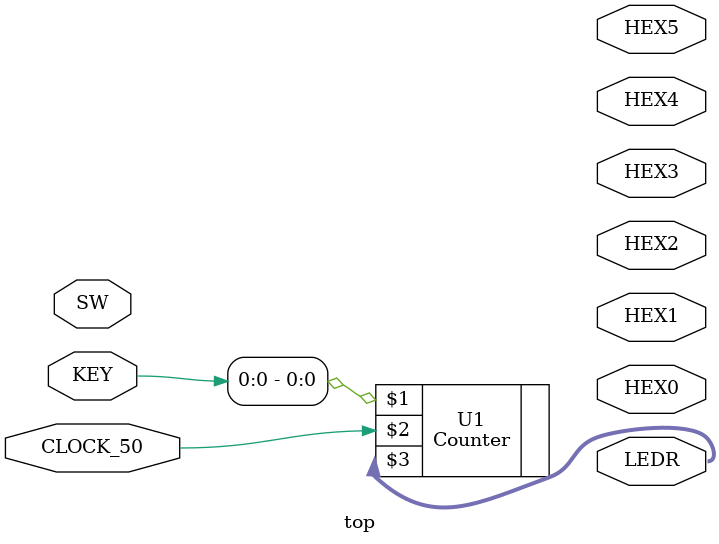
<source format=v>

module top (CLOCK_50, SW, KEY, LEDR, HEX0, HEX1, HEX2, HEX3, HEX4, HEX5);

    input CLOCK_50;             // DE-series 50 MHz clock signal
    input wire [9:0] SW;        // DE-series switches
    input wire [3:0] KEY;       // DE-series pushbuttons
    output wire [9:0] LEDR;     // DE-series LEDs   

    output wire [6:0] HEX0;     // DE-series HEX displays
    output wire [6:0] HEX1;
    output wire [6:0] HEX2;
    output wire [6:0] HEX3;
    output wire [6:0] HEX4;
    output wire [6:0] HEX5;

    Counter U1 (KEY[0], CLOCK_50, LEDR);

endmodule


</source>
